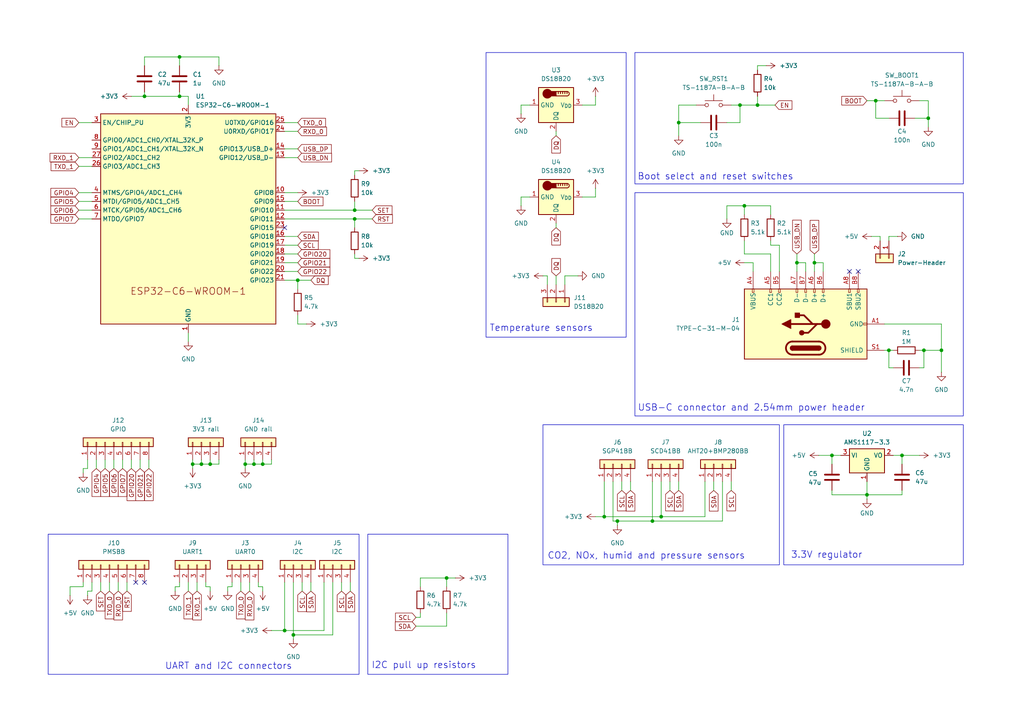
<source format=kicad_sch>
(kicad_sch (version 20250114) (generator "eeschema") (generator_version "9.0")
  (paper "A4")
  (lib_symbols
    (symbol "Connector:USB_C_Receptacle_USB2.0_16P" (pin_names (offset 1.016))
      (property "Reference" "J" (at 0 22.225 0))
      (property "Value" "USB_C_Receptacle_USB2.0_16P" (at 0 19.685 0))
      (symbol "USB_C_Receptacle_USB2.0_16P_1_1"
        (pin passive line (at -7.62 -22.86 90) (length 5.08) (name "SHIELD") (number "S1"))
        (pin passive line (at 0 -22.86 90) (length 5.08) (name "GND") (number "A1"))
        (pin passive line (at 0 -22.86 90) (length 5.08) (hide yes) (name "GND") (number "A12"))
        (pin passive line (at 0 -22.86 90) (length 5.08) (hide yes) (name "GND") (number "B1"))
        (pin passive line (at 0 -22.86 90) (length 5.08) (hide yes) (name "GND") (number "B12"))
        (pin passive line (at 15.24 15.24 180) (length 5.08) (name "VBUS") (number "A4"))
        (pin passive line (at 15.24 15.24 180) (length 5.08) (hide yes) (name "VBUS") (number "A9"))
        (pin passive line (at 15.24 15.24 180) (length 5.08) (hide yes) (name "VBUS") (number "B4"))
        (pin passive line (at 15.24 15.24 180) (length 5.08) (hide yes) (name "VBUS") (number "B9"))
        (pin bidirectional line (at 15.24 10.16 180) (length 5.08) (name "CC1") (number "A5"))
        (pin bidirectional line (at 15.24 7.62 180) (length 5.08) (name "CC2") (number "B5"))
        (pin bidirectional line (at 15.24 2.54 180) (length 5.08) (name "D-") (number "A7"))
        (pin bidirectional line (at 15.24 0 180) (length 5.08) (name "D-") (number "B7"))
        (pin bidirectional line (at 15.24 -2.54 180) (length 5.08) (name "D+") (number "A6"))
        (pin bidirectional line (at 15.24 -5.08 180) (length 5.08) (name "D+") (number "B6"))
        (pin bidirectional line (at 15.24 -12.7 180) (length 5.08) (name "SBU1") (number "A8"))
        (pin bidirectional line (at 15.24 -15.24 180) (length 5.08) (name "SBU2") (number "B8"))
      )
    )
    (symbol "Connector_Generic:Conn_01x02" (pin_names (offset 1.016) (hide yes))
      (property "Reference" "J" (at 0 2.54 0))
      (property "Value" "Conn_01x02" (at 0 -5.08 0))
      (symbol "Conn_01x02_1_1"
        (pin passive line (at -5.08 0 0) (length 3.81) (name "Pin_1") (number "1"))
        (pin passive line (at -5.08 -2.54 0) (length 3.81) (name "Pin_2") (number "2"))
      )
    )
    (symbol "Connector_Generic:Conn_01x03" (pin_names (offset 1.016) (hide yes))
      (property "Reference" "J" (at 0 5.08 0))
      (property "Value" "Conn_01x03" (at 0 -5.08 0))
      (symbol "Conn_01x03_1_1"
        (pin passive line (at -5.08 2.54 0) (length 3.81) (name "Pin_1") (number "1"))
        (pin passive line (at -5.08 0 0) (length 3.81) (name "Pin_2") (number "2"))
        (pin passive line (at -5.08 -2.54 0) (length 3.81) (name "Pin_3") (number "3"))
      )
    )
    (symbol "Connector_Generic:Conn_01x04" (pin_names (offset 1.016) (hide yes))
      (property "Reference" "J" (at 0 5.08 0))
      (property "Value" "Conn_01x04" (at 0 -7.62 0))
      (symbol "Conn_01x04_1_1"
        (pin passive line (at -5.08 2.54 0) (length 3.81) (name "Pin_1") (number "1"))
        (pin passive line (at -5.08 0 0) (length 3.81) (name "Pin_2") (number "2"))
        (pin passive line (at -5.08 -2.54 0) (length 3.81) (name "Pin_3") (number "3"))
        (pin passive line (at -5.08 -5.08 0) (length 3.81) (name "Pin_4") (number "4"))
      )
    )
    (symbol "Connector_Generic:Conn_01x08" (pin_names (offset 1.016) (hide yes))
      (property "Reference" "J" (at 0 10.16 0))
      (property "Value" "Conn_01x08" (at 0 -12.7 0))
      (symbol "Conn_01x08_1_1"
        (pin passive line (at -5.08 7.62 0) (length 3.81) (name "Pin_1") (number "1"))
        (pin passive line (at -5.08 5.08 0) (length 3.81) (name "Pin_2") (number "2"))
        (pin passive line (at -5.08 2.54 0) (length 3.81) (name "Pin_3") (number "3"))
        (pin passive line (at -5.08 0 0) (length 3.81) (name "Pin_4") (number "4"))
        (pin passive line (at -5.08 -2.54 0) (length 3.81) (name "Pin_5") (number "5"))
        (pin passive line (at -5.08 -5.08 0) (length 3.81) (name "Pin_6") (number "6"))
        (pin passive line (at -5.08 -7.62 0) (length 3.81) (name "Pin_7") (number "7"))
        (pin passive line (at -5.08 -10.16 0) (length 3.81) (name "Pin_8") (number "8"))
      )
    )
    (symbol "Device:C" (pin_numbers (hide yes)) (pin_names (offset 0.254))
      (property "Reference" "C" (at 0.635 2.54 0))
      (property "Value" "C" (at 0.635 -2.54 0))
      (symbol "C_1_1"
        (pin passive line (at 0 3.81 270) (length 2.794) (name "~") (number "1"))
        (pin passive line (at 0 -3.81 90) (length 2.794) (name "~") (number "2"))
      )
    )
    (symbol "Device:R" (pin_numbers (hide yes)) (pin_names (offset 0))
      (property "Reference" "R" (at 2.032 0 90))
      (property "Value" "R" (at 0 0 90))
      (symbol "R_1_1"
        (pin passive line (at 0 3.81 270) (length 1.27) (name "~") (number "1"))
        (pin passive line (at 0 -3.81 90) (length 1.27) (name "~") (number "2"))
      )
    )
    (symbol "PCM_Espressif:ESP32-C6-WROOM-1"
      (property "Reference" "U" (at -25.4 35.56 0))
      (property "Value" "ESP32-C6-WROOM-1" (at -25.4 33.02 0))
      (symbol "ESP32-C6-WROOM-1_0_0"
        (text "ESP32-C6-WROOM-1" (at 0 -20.955 0) (effects (font (size 2 2))))
      )
      (symbol "ESP32-C6-WROOM-1_1_1"
        (pin input line (at -27.94 27.94 0) (length 2.54) (name "EN/CHIP_PU") (number "3"))
        (pin bidirectional line (at -27.94 22.86 0) (length 2.54) (name "GPIO0/ADC1_CH0/XTAL_32K_P") (number "8"))
        (pin bidirectional line (at -27.94 20.32 0) (length 2.54) (name "GPIO1/ADC1_CH1/XTAL_32K_N") (number "9"))
        (pin bidirectional line (at -27.94 17.78 0) (length 2.54) (name "GPIO2/ADC1_CH2") (number "27"))
        (pin bidirectional line (at -27.94 15.24 0) (length 2.54) (name "GPIO3/ADC1_CH3") (number "26"))
        (pin bidirectional line (at -27.94 7.62 0) (length 2.54) (name "MTMS/GPIO4/ADC1_CH4") (number "4"))
        (pin bidirectional line (at -27.94 5.08 0) (length 2.54) (name "MTDI/GPIO5/ADC1_CH5") (number "5"))
        (pin bidirectional line (at -27.94 2.54 0) (length 2.54) (name "MTCK/GPIO6/ADC1_CH6") (number "6"))
        (pin bidirectional line (at -27.94 0 0) (length 2.54) (name "MTDO/GPIO7") (number "7"))
        (pin no_connect line (at -25.4 -12.7 0) (length 2.54) (hide yes) (name "NC") (number "22"))
        (pin power_in line (at 0 33.02 270) (length 2.54) (name "3V3") (number "2"))
        (pin power_in line (at 0 -33.02 90) (length 2.54) (name "GND") (number "1"))
        (pin passive line (at 0 -33.02 90) (length 2.54) (hide yes) (name "GND") (number "28"))
        (pin passive line (at 0 -33.02 90) (length 2.54) (hide yes) (name "GND") (number "29"))
        (pin bidirectional line (at 27.94 27.94 180) (length 2.54) (name "U0TXD/GPIO16") (number "25"))
        (pin bidirectional line (at 27.94 25.4 180) (length 2.54) (name "U0RXD/GPIO17") (number "24"))
        (pin bidirectional line (at 27.94 20.32 180) (length 2.54) (name "GPIO13/USB_D+") (number "14"))
        (pin bidirectional line (at 27.94 17.78 180) (length 2.54) (name "GPIO12/USB_D-") (number "13"))
        (pin bidirectional line (at 27.94 7.62 180) (length 2.54) (name "GPIO8") (number "10"))
        (pin bidirectional line (at 27.94 5.08 180) (length 2.54) (name "GPIO9") (number "15"))
        (pin bidirectional line (at 27.94 2.54 180) (length 2.54) (name "GPIO10") (number "11"))
        (pin bidirectional line (at 27.94 0 180) (length 2.54) (name "GPIO11") (number "12"))
        (pin bidirectional line (at 27.94 -2.54 180) (length 2.54) (name "GPIO15") (number "23"))
        (pin bidirectional line (at 27.94 -5.08 180) (length 2.54) (name "GPIO18") (number "16"))
        (pin bidirectional line (at 27.94 -7.62 180) (length 2.54) (name "GPIO19") (number "17"))
        (pin bidirectional line (at 27.94 -10.16 180) (length 2.54) (name "GPIO20") (number "18"))
        (pin bidirectional line (at 27.94 -12.7 180) (length 2.54) (name "GPIO21") (number "19"))
        (pin bidirectional line (at 27.94 -15.24 180) (length 2.54) (name "GPIO22") (number "20"))
        (pin bidirectional line (at 27.94 -17.78 180) (length 2.54) (name "GPIO23") (number "21"))
      )
    )
    (symbol "Regulator_Linear:AMS1117-3.3"
      (property "Reference" "U" (at -3.81 3.175 0))
      (property "Value" "AMS1117-3.3" (at 0 3.175 0))
      (symbol "AMS1117-3.3_1_1"
        (pin power_in line (at -7.62 0 0) (length 2.54) (name "VI") (number "3"))
        (pin power_in line (at 0 -7.62 90) (length 2.54) (name "GND") (number "1"))
        (pin power_out line (at 7.62 0 180) (length 2.54) (name "VO") (number "2"))
      )
    )
    (symbol "Sensor_Temperature:DS18B20"
      (property "Reference" "U" (at -3.81 6.35 0))
      (property "Value" "DS18B20" (at 6.35 6.35 0))
      (symbol "DS18B20_1_1"
        (pin power_in line (at 0 7.62 270) (length 2.54) (name "V_{DD}") (number "3"))
        (pin power_in line (at 0 -7.62 90) (length 2.54) (name "GND") (number "1"))
        (pin bidirectional line (at 7.62 0 180) (length 2.54) (name "DQ") (number "2"))
      )
    )
    (symbol "Switch:SW_Push" (pin_numbers (hide yes)) (pin_names (offset 1.016) (hide yes))
      (property "Reference" "SW" (at 1.27 2.54 0))
      (property "Value" "SW_Push" (at 0 -1.524 0))
      (symbol "SW_Push_0_1"
        (pin passive line (at -5.08 0 0) (length 2.54) (name "1") (number "1"))
        (pin passive line (at 5.08 0 180) (length 2.54) (name "2") (number "2"))
      )
    )
    (symbol "power:+3V3" (power) (pin_numbers (hide yes)) (pin_names (offset 0) (hide yes))
      (property "Value" "+3V3" (at 0 3.556 0))
      (symbol "+3V3_1_1"
        (pin power_in line (at 0 0 90) (length 0) (name "~") (number "1"))
      )
    )
    (symbol "power:+5V" (power) (pin_numbers (hide yes)) (pin_names (offset 0) (hide yes))
      (property "Value" "+5V" (at 0 3.556 0))
      (symbol "+5V_1_1"
        (pin power_in line (at 0 0 90) (length 0) (name "~") (number "1"))
      )
    )
    (symbol "power:GND" (power) (pin_numbers (hide yes)) (pin_names (offset 0) (hide yes))
      (property "Value" "GND" (at 0 -3.81 0))
      (symbol "GND_1_1"
        (pin power_in line (at 0 0 270) (length 0) (name "~") (number "1"))
      )
    )
  )
  (rectangle (start 140.97 15.24) (end 181.61 97.79))
  (rectangle (start 106.68 154.94) (end 147.32 195.58))
  (rectangle (start 184.15 55.88) (end 279.4 120.65))
  (rectangle (start 13.97 154.94) (end 104.14 195.58))
  (rectangle (start 227.33 123.19) (end 279.4 163.83))
  (rectangle (start 157.48 123.19) (end 226.06 163.83))
  (rectangle (start 184.15 15.24) (end 279.4 53.34))
  (text "USB-C connector and 2.54mm power header" (at 217.932 118.364 0) (effects (font (size 1.905 1.905))))
  (text "I2C pull up resistors\n" (at 122.936 193.04 0) (effects (font (size 1.905 1.905))))
  (text "3.3V regulator" (at 239.776 161.036 0) (effects (font (size 1.905 1.905))))
  (text "CO2, NOx, humid and pressure sensors" (at 187.452 161.29 0) (effects (font (size 1.905 1.905))))
  (text "UART and I2C connectors\n" (at 66.294 193.294 0) (effects (font (size 1.905 1.905))))
  (text "Boot select and reset switches" (at 207.518 51.308 0) (effects (font (size 1.905 1.905))))
  (text "Temperature sensors\n" (at 156.972 95.25 0) (effects (font (size 1.905 1.905))))
  (junction (at 102.87 63.5))
  (junction (at 261.62 132.08))
  (junction (at 55.88 134.62))
  (junction (at 86.36 81.28))
  (junction (at 71.12 134.62))
  (junction (at 82.55 182.88))
  (junction (at 41.91 27.94))
  (junction (at 129.54 167.64))
  (junction (at 214.63 30.48))
  (junction (at 191.77 149.86))
  (junction (at 215.9 59.69))
  (junction (at 73.66 134.62))
  (junction (at 52.07 16.51))
  (junction (at 60.96 134.62))
  (junction (at 273.05 101.6))
  (junction (at 102.87 60.96))
  (junction (at 196.85 35.56))
  (junction (at 175.26 149.86))
  (junction (at 269.24 34.29))
  (junction (at 76.2 134.62))
  (junction (at 219.71 30.48))
  (junction (at 52.07 27.94))
  (junction (at 179.07 151.13))
  (junction (at 231.14 76.2))
  (junction (at 58.42 134.62))
  (junction (at 85.09 184.15))
  (junction (at 254 29.21))
  (junction (at 267.97 101.6))
  (junction (at 189.23 151.13))
  (junction (at 257.81 101.6))
  (junction (at 241.3 132.08))
  (junction (at 251.46 143.51))
  (junction (at 236.22 76.2))
  (no_connect (at 39.37 168.91))
  (no_connect (at 41.91 168.91))
  (no_connect (at 248.92 78.74))
  (no_connect (at 82.55 66.04))
  (no_connect (at 246.38 78.74))
  (wire (pts (xy 223.52 78.74) (xy 223.52 73.66)))
  (wire (pts (xy 233.68 78.74) (xy 233.68 76.2)))
  (wire (pts (xy 82.55 81.28) (xy 86.36 81.28)))
  (wire (pts (xy 175.26 149.86) (xy 175.26 139.7)))
  (wire (pts (xy 254 29.21) (xy 254 34.29)))
  (wire (pts (xy 238.76 78.74) (xy 238.76 76.2)))
  (wire (pts (xy 251.46 143.51) (xy 251.46 144.78)))
  (wire (pts (xy 273.05 93.98) (xy 273.05 101.6)))
  (wire (pts (xy 20.32 170.18) (xy 24.13 170.18)))
  (wire (pts (xy 82.55 63.5) (xy 102.87 63.5)))
  (wire (pts (xy 38.1 27.94) (xy 41.91 27.94)))
  (wire (pts (xy 34.29 168.91) (xy 34.29 171.45)))
  (wire (pts (xy 177.8 151.13) (xy 177.8 139.7)))
  (wire (pts (xy 76.2 134.62) (xy 73.66 134.62)))
  (wire (pts (xy 257.81 101.6) (xy 257.81 106.68)))
  (wire (pts (xy 168.91 30.48) (xy 172.72 30.48)))
  (wire (pts (xy 99.06 168.91) (xy 99.06 171.45)))
  (wire (pts (xy 82.55 38.1) (xy 86.36 38.1)))
  (wire (pts (xy 255.27 69.85) (xy 255.27 68.58)))
  (wire (pts (xy 90.17 168.91) (xy 90.17 171.45)))
  (wire (pts (xy 29.21 168.91) (xy 29.21 171.45)))
  (wire (pts (xy 85.09 168.91) (xy 85.09 184.15)))
  (wire (pts (xy 82.55 71.12) (xy 86.36 71.12)))
  (wire (pts (xy 69.85 168.91) (xy 69.85 171.45)))
  (wire (pts (xy 251.46 29.21) (xy 254 29.21)))
  (wire (pts (xy 52.07 26.67) (xy 52.07 27.94)))
  (wire (pts (xy 179.07 151.13) (xy 189.23 151.13)))
  (wire (pts (xy 82.55 58.42) (xy 86.36 58.42)))
  (wire (pts (xy 85.09 184.15) (xy 85.09 185.42)))
  (wire (pts (xy 261.62 132.08) (xy 266.7 132.08)))
  (wire (pts (xy 241.3 132.08) (xy 243.84 132.08)))
  (wire (pts (xy 214.63 30.48) (xy 219.71 30.48)))
  (wire (pts (xy 204.47 139.7) (xy 204.47 149.86)))
  (wire (pts (xy 22.86 48.26) (xy 26.67 48.26)))
  (wire (pts (xy 60.96 170.18) (xy 60.96 171.45)))
  (wire (pts (xy 215.9 73.66) (xy 215.9 69.85)))
  (wire (pts (xy 78.74 134.62) (xy 76.2 134.62)))
  (wire (pts (xy 93.98 168.91) (xy 93.98 182.88)))
  (wire (pts (xy 63.5 16.51) (xy 63.5 19.05)))
  (wire (pts (xy 41.91 27.94) (xy 52.07 27.94)))
  (wire (pts (xy 151.13 33.02) (xy 151.13 30.48)))
  (wire (pts (xy 24.13 135.89) (xy 24.13 137.16)))
  (wire (pts (xy 236.22 76.2) (xy 238.76 76.2)))
  (wire (pts (xy 129.54 167.64) (xy 129.54 170.18)))
  (wire (pts (xy 251.46 143.51) (xy 261.62 143.51)))
  (wire (pts (xy 54.61 168.91) (xy 54.61 171.45)))
  (wire (pts (xy 196.85 139.7) (xy 196.85 142.24)))
  (wire (pts (xy 266.7 106.68) (xy 267.97 106.68)))
  (wire (pts (xy 223.52 59.69) (xy 223.52 62.23)))
  (wire (pts (xy 25.4 171.45) (xy 26.67 171.45)))
  (wire (pts (xy 82.55 76.2) (xy 86.36 76.2)))
  (wire (pts (xy 256.54 93.98) (xy 273.05 93.98)))
  (wire (pts (xy 102.87 63.5) (xy 102.87 66.04)))
  (wire (pts (xy 24.13 170.18) (xy 24.13 168.91)))
  (wire (pts (xy 78.74 182.88) (xy 82.55 182.88)))
  (wire (pts (xy 104.14 74.93) (xy 102.87 74.93)))
  (wire (pts (xy 55.88 133.35) (xy 55.88 134.62)))
  (wire (pts (xy 266.7 101.6) (xy 267.97 101.6)))
  (wire (pts (xy 57.15 168.91) (xy 57.15 171.45)))
  (wire (pts (xy 20.32 172.72) (xy 20.32 170.18)))
  (wire (pts (xy 252.73 68.58) (xy 255.27 68.58)))
  (wire (pts (xy 96.52 184.15) (xy 85.09 184.15)))
  (wire (pts (xy 120.65 181.61) (xy 129.54 181.61)))
  (wire (pts (xy 33.02 133.35) (xy 33.02 135.89)))
  (wire (pts (xy 102.87 63.5) (xy 107.95 63.5)))
  (wire (pts (xy 223.52 73.66) (xy 215.9 73.66)))
  (wire (pts (xy 132.08 167.64) (xy 129.54 167.64)))
  (wire (pts (xy 241.3 143.51) (xy 251.46 143.51)))
  (wire (pts (xy 35.56 133.35) (xy 35.56 135.89)))
  (wire (pts (xy 22.86 60.96) (xy 26.67 60.96)))
  (wire (pts (xy 231.14 76.2) (xy 231.14 78.74)))
  (wire (pts (xy 172.72 57.15) (xy 172.72 54.61)))
  (wire (pts (xy 161.29 38.1) (xy 161.29 39.37)))
  (wire (pts (xy 86.36 93.98) (xy 86.36 91.44)))
  (wire (pts (xy 86.36 81.28) (xy 86.36 83.82)))
  (wire (pts (xy 219.71 27.94) (xy 219.71 30.48)))
  (wire (pts (xy 59.69 170.18) (xy 59.69 168.91)))
  (wire (pts (xy 182.88 139.7) (xy 182.88 142.24)))
  (wire (pts (xy 261.62 134.62) (xy 261.62 132.08)))
  (wire (pts (xy 101.6 168.91) (xy 101.6 171.45)))
  (wire (pts (xy 161.29 64.77) (xy 161.29 66.04)))
  (wire (pts (xy 269.24 34.29) (xy 269.24 29.21)))
  (wire (pts (xy 161.29 80.01) (xy 161.29 82.55)))
  (wire (pts (xy 82.55 35.56) (xy 86.36 35.56)))
  (wire (pts (xy 172.72 30.48) (xy 172.72 27.94)))
  (wire (pts (xy 231.14 73.66) (xy 231.14 76.2)))
  (wire (pts (xy 22.86 35.56) (xy 26.67 35.56)))
  (wire (pts (xy 52.07 27.94) (xy 54.61 27.94)))
  (wire (pts (xy 251.46 139.7) (xy 251.46 143.51)))
  (wire (pts (xy 76.2 170.18) (xy 74.93 170.18)))
  (wire (pts (xy 82.55 60.96) (xy 102.87 60.96)))
  (wire (pts (xy 120.65 179.07) (xy 121.92 179.07)))
  (wire (pts (xy 265.43 34.29) (xy 269.24 34.29)))
  (wire (pts (xy 273.05 101.6) (xy 273.05 107.95)))
  (wire (pts (xy 30.48 133.35) (xy 30.48 135.89)))
  (wire (pts (xy 210.82 63.5) (xy 210.82 59.69)))
  (wire (pts (xy 82.55 78.74) (xy 86.36 78.74)))
  (wire (pts (xy 223.52 71.12) (xy 226.06 71.12)))
  (wire (pts (xy 172.72 149.86) (xy 175.26 149.86)))
  (wire (pts (xy 52.07 170.18) (xy 52.07 168.91)))
  (wire (pts (xy 50.8 170.18) (xy 50.8 171.45)))
  (wire (pts (xy 267.97 106.68) (xy 267.97 101.6)))
  (wire (pts (xy 158.75 82.55) (xy 158.75 80.01)))
  (wire (pts (xy 102.87 74.93) (xy 102.87 73.66)))
  (wire (pts (xy 237.49 132.08) (xy 241.3 132.08)))
  (wire (pts (xy 269.24 34.29) (xy 269.24 36.83)))
  (wire (pts (xy 218.44 78.74) (xy 218.44 76.2)))
  (wire (pts (xy 78.74 133.35) (xy 78.74 134.62)))
  (wire (pts (xy 102.87 58.42) (xy 102.87 60.96)))
  (wire (pts (xy 38.1 133.35) (xy 38.1 135.89)))
  (wire (pts (xy 219.71 19.05) (xy 222.25 19.05)))
  (wire (pts (xy 74.93 170.18) (xy 74.93 168.91)))
  (wire (pts (xy 58.42 133.35) (xy 58.42 134.62)))
  (wire (pts (xy 50.8 170.18) (xy 52.07 170.18)))
  (wire (pts (xy 223.52 69.85) (xy 223.52 71.12)))
  (wire (pts (xy 163.83 82.55) (xy 163.83 80.01)))
  (wire (pts (xy 27.94 133.35) (xy 27.94 135.89)))
  (wire (pts (xy 22.86 63.5) (xy 26.67 63.5)))
  (wire (pts (xy 82.55 68.58) (xy 86.36 68.58)))
  (wire (pts (xy 121.92 170.18) (xy 121.92 167.64)))
  (wire (pts (xy 55.88 134.62) (xy 55.88 135.89)))
  (wire (pts (xy 82.55 55.88) (xy 86.36 55.88)))
  (wire (pts (xy 121.92 179.07) (xy 121.92 177.8)))
  (wire (pts (xy 82.55 43.18) (xy 86.36 43.18)))
  (wire (pts (xy 226.06 71.12) (xy 226.06 78.74)))
  (wire (pts (xy 261.62 142.24) (xy 261.62 143.51)))
  (wire (pts (xy 88.9 93.98) (xy 86.36 93.98)))
  (wire (pts (xy 41.91 19.05) (xy 41.91 16.51)))
  (wire (pts (xy 257.81 101.6) (xy 259.08 101.6)))
  (wire (pts (xy 196.85 30.48) (xy 196.85 35.56)))
  (wire (pts (xy 168.91 57.15) (xy 172.72 57.15)))
  (wire (pts (xy 60.96 134.62) (xy 58.42 134.62)))
  (wire (pts (xy 102.87 60.96) (xy 107.95 60.96)))
  (wire (pts (xy 209.55 151.13) (xy 189.23 151.13)))
  (wire (pts (xy 104.14 49.53) (xy 102.87 49.53)))
  (wire (pts (xy 60.96 133.35) (xy 60.96 134.62)))
  (wire (pts (xy 194.31 139.7) (xy 194.31 142.24)))
  (wire (pts (xy 66.04 170.18) (xy 67.31 170.18)))
  (wire (pts (xy 215.9 59.69) (xy 215.9 62.23)))
  (wire (pts (xy 66.04 170.18) (xy 66.04 171.45)))
  (wire (pts (xy 257.81 69.85) (xy 257.81 68.58)))
  (wire (pts (xy 73.66 134.62) (xy 71.12 134.62)))
  (wire (pts (xy 129.54 181.61) (xy 129.54 177.8)))
  (wire (pts (xy 219.71 20.32) (xy 219.71 19.05)))
  (wire (pts (xy 54.61 30.48) (xy 54.61 27.94)))
  (wire (pts (xy 71.12 134.62) (xy 71.12 135.89)))
  (wire (pts (xy 25.4 135.89) (xy 25.4 133.35)))
  (wire (pts (xy 52.07 16.51) (xy 52.07 19.05)))
  (wire (pts (xy 151.13 57.15) (xy 153.67 57.15)))
  (wire (pts (xy 82.55 73.66) (xy 86.36 73.66)))
  (wire (pts (xy 73.66 133.35) (xy 73.66 134.62)))
  (wire (pts (xy 121.92 167.64) (xy 129.54 167.64)))
  (wire (pts (xy 22.86 58.42) (xy 26.67 58.42)))
  (wire (pts (xy 201.93 30.48) (xy 196.85 30.48)))
  (wire (pts (xy 82.55 45.72) (xy 86.36 45.72)))
  (wire (pts (xy 257.81 106.68) (xy 259.08 106.68)))
  (wire (pts (xy 41.91 16.51) (xy 52.07 16.51)))
  (wire (pts (xy 96.52 168.91) (xy 96.52 184.15)))
  (wire (pts (xy 54.61 96.52) (xy 54.61 99.06)))
  (wire (pts (xy 214.63 35.56) (xy 214.63 30.48)))
  (wire (pts (xy 72.39 168.91) (xy 72.39 171.45)))
  (wire (pts (xy 210.82 59.69) (xy 215.9 59.69)))
  (wire (pts (xy 87.63 168.91) (xy 87.63 171.45)))
  (wire (pts (xy 212.09 30.48) (xy 214.63 30.48)))
  (wire (pts (xy 267.97 101.6) (xy 273.05 101.6)))
  (wire (pts (xy 215.9 59.69) (xy 223.52 59.69)))
  (wire (pts (xy 236.22 73.66) (xy 236.22 76.2)))
  (wire (pts (xy 82.55 182.88) (xy 82.55 168.91)))
  (wire (pts (xy 102.87 49.53) (xy 102.87 50.8)))
  (wire (pts (xy 189.23 139.7) (xy 189.23 151.13)))
  (wire (pts (xy 22.86 45.72) (xy 26.67 45.72)))
  (wire (pts (xy 236.22 76.2) (xy 236.22 78.74)))
  (wire (pts (xy 241.3 134.62) (xy 241.3 132.08)))
  (wire (pts (xy 196.85 35.56) (xy 196.85 39.37)))
  (wire (pts (xy 31.75 168.91) (xy 31.75 171.45)))
  (wire (pts (xy 207.01 139.7) (xy 207.01 142.24)))
  (wire (pts (xy 76.2 170.18) (xy 76.2 171.45)))
  (wire (pts (xy 210.82 35.56) (xy 214.63 35.56)))
  (wire (pts (xy 86.36 81.28) (xy 90.17 81.28)))
  (wire (pts (xy 261.62 132.08) (xy 259.08 132.08)))
  (wire (pts (xy 175.26 149.86) (xy 191.77 149.86)))
  (wire (pts (xy 209.55 139.7) (xy 209.55 151.13)))
  (wire (pts (xy 60.96 134.62) (xy 63.5 134.62)))
  (wire (pts (xy 158.75 80.01) (xy 157.48 80.01)))
  (wire (pts (xy 266.7 29.21) (xy 269.24 29.21)))
  (wire (pts (xy 76.2 133.35) (xy 76.2 134.62)))
  (wire (pts (xy 254 29.21) (xy 256.54 29.21)))
  (wire (pts (xy 203.2 35.56) (xy 196.85 35.56)))
  (wire (pts (xy 36.83 168.91) (xy 36.83 171.45)))
  (wire (pts (xy 52.07 16.51) (xy 63.5 16.51)))
  (wire (pts (xy 191.77 149.86) (xy 204.47 149.86)))
  (wire (pts (xy 71.12 133.35) (xy 71.12 134.62)))
  (wire (pts (xy 257.81 68.58) (xy 260.35 68.58)))
  (wire (pts (xy 43.18 133.35) (xy 43.18 135.89)))
  (wire (pts (xy 212.09 139.7) (xy 212.09 142.24)))
  (wire (pts (xy 41.91 27.94) (xy 41.91 26.67)))
  (wire (pts (xy 179.07 151.13) (xy 177.8 151.13)))
  (wire (pts (xy 26.67 171.45) (xy 26.67 168.91)))
  (wire (pts (xy 191.77 149.86) (xy 191.77 139.7)))
  (wire (pts (xy 151.13 59.69) (xy 151.13 57.15)))
  (wire (pts (xy 218.44 76.2) (xy 215.9 76.2)))
  (wire (pts (xy 179.07 151.13) (xy 179.07 152.4)))
  (wire (pts (xy 219.71 30.48) (xy 224.79 30.48)))
  (wire (pts (xy 163.83 80.01) (xy 167.64 80.01)))
  (wire (pts (xy 231.14 76.2) (xy 233.68 76.2)))
  (wire (pts (xy 60.96 170.18) (xy 59.69 170.18)))
  (wire (pts (xy 93.98 182.88) (xy 82.55 182.88)))
  (wire (pts (xy 40.64 133.35) (xy 40.64 135.89)))
  (wire (pts (xy 63.5 133.35) (xy 63.5 134.62)))
  (wire (pts (xy 180.34 139.7) (xy 180.34 142.24)))
  (wire (pts (xy 58.42 134.62) (xy 55.88 134.62)))
  (wire (pts (xy 24.13 135.89) (xy 25.4 135.89)))
  (wire (pts (xy 257.81 34.29) (xy 254 34.29)))
  (wire (pts (xy 151.13 30.48) (xy 153.67 30.48)))
  (wire (pts (xy 22.86 55.88) (xy 26.67 55.88)))
  (wire (pts (xy 256.54 101.6) (xy 257.81 101.6)))
  (wire (pts (xy 25.4 171.45) (xy 25.4 172.72)))
  (wire (pts (xy 241.3 142.24) (xy 241.3 143.51)))
  (wire (pts (xy 67.31 170.18) (xy 67.31 168.91)))
  (global_label "GPIO5" (shape input) (at 30.48 135.89 270) (property "Intersheetrefs" "${INTERSHEET_REFS}" (effects (hide yes))))
  (global_label "SCL" (shape input) (at 180.34 142.24 270) (property "Intersheetrefs" "${INTERSHEET_REFS}" (effects (hide yes))))
  (global_label "GPIO20" (shape input) (at 86.36 73.66 0) (property "Intersheetrefs" "${INTERSHEET_REFS}" (effects (hide yes))))
  (global_label "RXD_1" (shape input) (at 57.15 171.45 270) (property "Intersheetrefs" "${INTERSHEET_REFS}" (effects (hide yes))))
  (global_label "GPIO20" (shape input) (at 38.1 135.89 270) (property "Intersheetrefs" "${INTERSHEET_REFS}" (effects (hide yes))))
  (global_label "GPIO21" (shape input) (at 86.36 76.2 0) (property "Intersheetrefs" "${INTERSHEET_REFS}" (effects (hide yes))))
  (global_label "DQ" (shape input) (at 90.17 81.28 0) (property "Intersheetrefs" "${INTERSHEET_REFS}" (effects (hide yes))))
  (global_label "RXD_0" (shape input) (at 34.29 171.45 270) (property "Intersheetrefs" "${INTERSHEET_REFS}" (effects (hide yes))))
  (global_label "TXD_0" (shape input) (at 86.36 35.56 0) (property "Intersheetrefs" "${INTERSHEET_REFS}" (effects (hide yes))))
  (global_label "GPIO6" (shape input) (at 33.02 135.89 270) (property "Intersheetrefs" "${INTERSHEET_REFS}" (effects (hide yes))))
  (global_label "GPIO7" (shape input) (at 22.86 63.5 180) (property "Intersheetrefs" "${INTERSHEET_REFS}" (effects (hide yes))))
  (global_label "SDA" (shape input) (at 182.88 142.24 270) (property "Intersheetrefs" "${INTERSHEET_REFS}" (effects (hide yes))))
  (global_label "USB_DN" (shape input) (at 231.14 73.66 90) (property "Intersheetrefs" "${INTERSHEET_REFS}" (effects (hide yes))))
  (global_label "TXD_0" (shape input) (at 31.75 171.45 270) (property "Intersheetrefs" "${INTERSHEET_REFS}" (effects (hide yes))))
  (global_label "RXD_1" (shape input) (at 22.86 45.72 180) (property "Intersheetrefs" "${INTERSHEET_REFS}" (effects (hide yes))))
  (global_label "SDA" (shape input) (at 101.6 171.45 270) (property "Intersheetrefs" "${INTERSHEET_REFS}" (effects (hide yes))))
  (global_label "RXD_0" (shape input) (at 72.39 171.45 270) (property "Intersheetrefs" "${INTERSHEET_REFS}" (effects (hide yes))))
  (global_label "RXD_0" (shape input) (at 86.36 38.1 0) (property "Intersheetrefs" "${INTERSHEET_REFS}" (effects (hide yes))))
  (global_label "GPIO4" (shape input) (at 27.94 135.89 270) (property "Intersheetrefs" "${INTERSHEET_REFS}" (effects (hide yes))))
  (global_label "SDA" (shape input) (at 120.65 181.61 180) (property "Intersheetrefs" "${INTERSHEET_REFS}" (effects (hide yes))))
  (global_label "USB_DP" (shape input) (at 236.22 73.66 90) (property "Intersheetrefs" "${INTERSHEET_REFS}" (effects (hide yes))))
  (global_label "BOOT" (shape input) (at 86.36 58.42 0) (property "Intersheetrefs" "${INTERSHEET_REFS}" (effects (hide yes))))
  (global_label "SCL" (shape input) (at 87.63 171.45 270) (property "Intersheetrefs" "${INTERSHEET_REFS}" (effects (hide yes))))
  (global_label "TXD_0" (shape input) (at 69.85 171.45 270) (property "Intersheetrefs" "${INTERSHEET_REFS}" (effects (hide yes))))
  (global_label "GPIO22" (shape input) (at 43.18 135.89 270) (property "Intersheetrefs" "${INTERSHEET_REFS}" (effects (hide yes))))
  (global_label "SCL" (shape input) (at 99.06 171.45 270) (property "Intersheetrefs" "${INTERSHEET_REFS}" (effects (hide yes))))
  (global_label "SCL" (shape input) (at 120.65 179.07 180) (property "Intersheetrefs" "${INTERSHEET_REFS}" (effects (hide yes))))
  (global_label "BOOT" (shape input) (at 251.46 29.21 180) (property "Intersheetrefs" "${INTERSHEET_REFS}" (effects (hide yes))))
  (global_label "DQ" (shape input) (at 161.29 80.01 90) (property "Intersheetrefs" "${INTERSHEET_REFS}" (effects (hide yes))))
  (global_label "SCL" (shape input) (at 194.31 142.24 270) (property "Intersheetrefs" "${INTERSHEET_REFS}" (effects (hide yes))))
  (global_label "GPIO7" (shape input) (at 35.56 135.89 270) (property "Intersheetrefs" "${INTERSHEET_REFS}" (effects (hide yes))))
  (global_label "SDA" (shape input) (at 86.36 68.58 0) (property "Intersheetrefs" "${INTERSHEET_REFS}" (effects (hide yes))))
  (global_label "USB_DN" (shape input) (at 86.36 45.72 0) (property "Intersheetrefs" "${INTERSHEET_REFS}" (effects (hide yes))))
  (global_label "USB_DP" (shape input) (at 86.36 43.18 0) (property "Intersheetrefs" "${INTERSHEET_REFS}" (effects (hide yes))))
  (global_label "TXD_1" (shape input) (at 54.61 171.45 270) (property "Intersheetrefs" "${INTERSHEET_REFS}" (effects (hide yes))))
  (global_label "SDA" (shape input) (at 207.01 142.24 270) (property "Intersheetrefs" "${INTERSHEET_REFS}" (effects (hide yes))))
  (global_label "RST" (shape input) (at 107.95 63.5 0) (property "Intersheetrefs" "${INTERSHEET_REFS}" (effects (hide yes))))
  (global_label "EN" (shape input) (at 22.86 35.56 180) (property "Intersheetrefs" "${INTERSHEET_REFS}" (effects (hide yes))))
  (global_label "SCL" (shape input) (at 212.09 142.24 270) (property "Intersheetrefs" "${INTERSHEET_REFS}" (effects (hide yes))))
  (global_label "SDA" (shape input) (at 90.17 171.45 270) (property "Intersheetrefs" "${INTERSHEET_REFS}" (effects (hide yes))))
  (global_label "TXD_1" (shape input) (at 22.86 48.26 180) (property "Intersheetrefs" "${INTERSHEET_REFS}" (effects (hide yes))))
  (global_label "SDA" (shape input) (at 196.85 142.24 270) (property "Intersheetrefs" "${INTERSHEET_REFS}" (effects (hide yes))))
  (global_label "DQ" (shape input) (at 161.29 39.37 270) (property "Intersheetrefs" "${INTERSHEET_REFS}" (effects (hide yes))))
  (global_label "DQ" (shape input) (at 161.29 66.04 270) (property "Intersheetrefs" "${INTERSHEET_REFS}" (effects (hide yes))))
  (global_label "GPIO22" (shape input) (at 86.36 78.74 0) (property "Intersheetrefs" "${INTERSHEET_REFS}" (effects (hide yes))))
  (global_label "GPIO5" (shape input) (at 22.86 58.42 180) (property "Intersheetrefs" "${INTERSHEET_REFS}" (effects (hide yes))))
  (global_label "SET" (shape input) (at 29.21 171.45 270) (property "Intersheetrefs" "${INTERSHEET_REFS}" (effects (hide yes))))
  (global_label "GPIO6" (shape input) (at 22.86 60.96 180) (property "Intersheetrefs" "${INTERSHEET_REFS}" (effects (hide yes))))
  (global_label "GPIO4" (shape input) (at 22.86 55.88 180) (property "Intersheetrefs" "${INTERSHEET_REFS}" (effects (hide yes))))
  (global_label "EN" (shape input) (at 224.79 30.48 0) (property "Intersheetrefs" "${INTERSHEET_REFS}" (effects (hide yes))))
  (global_label "SET" (shape input) (at 107.95 60.96 0) (property "Intersheetrefs" "${INTERSHEET_REFS}" (effects (hide yes))))
  (global_label "SCL" (shape input) (at 86.36 71.12 0) (property "Intersheetrefs" "${INTERSHEET_REFS}" (effects (hide yes))))
  (global_label "RST" (shape input) (at 36.83 171.45 270) (property "Intersheetrefs" "${INTERSHEET_REFS}" (effects (hide yes))))
  (global_label "GPIO21" (shape input) (at 40.64 135.89 270) (property "Intersheetrefs" "${INTERSHEET_REFS}" (effects (hide yes))))
  (symbol (lib_id "power:GND") (at 210.82 63.5 0) (unit 1)
    (property "Reference" "#PWR04" (effects (hide yes)))
    (property "Value" "GND" (at 210.82 67.564 0))
    (property "Description" "Power symbol creates a global label with name \"GND\" , ground" (effects (hide yes)))
  )
  (symbol (lib_id "power:+5V") (at 76.2 171.45 180) (unit 1)
    (property "Reference" "#PWR026" (effects (hide yes)))
    (property "Value" "+5V" (at 76.2 176.53 0))
    (property "Description" "Power symbol creates a global label with name \"+5V\"" (effects (hide yes)))
  )
  (symbol (lib_id "Device:C") (at 41.91 22.86 0) (unit 1)
    (property "Reference" "C2" (at 45.72 21.5899 0) (effects (justify left)))
    (property "Value" "47u" (at 45.72 24.1299 0) (effects (justify left)))
    (property "Footprint" "Capacitor_SMD:C_0805_2012Metric" (effects (hide yes)))
    (property "Description" "Unpolarized capacitor" (effects (hide yes)))
    (property "MFR" "CL21A476MQYNNNE" (effects (hide yes)))
  )
  (symbol (lib_id "power:+3V3") (at 172.72 54.61 0) (unit 1)
    (property "Reference" "#PWR019" (effects (hide yes)))
    (property "Value" "+3V3" (at 172.72 49.53 0))
    (property "Description" "Power symbol creates a global label with name \"+3V3\"" (effects (hide yes)))
  )
  (symbol (lib_id "power:+3V3") (at 88.9 93.98 270) (unit 1)
    (property "Reference" "#PWR024" (effects (hide yes)))
    (property "Value" "+3V3" (at 92.71 93.9799 90) (effects (justify left)))
    (property "Description" "Power symbol creates a global label with name \"+3V3\"" (effects (hide yes)))
  )
  (symbol (lib_id "power:GND") (at 63.5 19.05 0) (unit 1)
    (property "Reference" "#PWR06" (effects (hide yes)))
    (property "Value" "GND" (at 63.5 24.13 0))
    (property "Description" "Power symbol creates a global label with name \"GND\" , ground" (effects (hide yes)))
  )
  (symbol (lib_id "Device:R") (at 102.87 54.61 180) (unit 1)
    (property "Reference" "R9" (at 104.648 53.34 0) (effects (justify right)))
    (property "Value" "10k" (at 104.648 55.88 0) (effects (justify right)))
    (property "Footprint" "Resistor_SMD:R_0603_1608Metric" (effects (hide yes)))
    (property "Description" "Resistor" (effects (hide yes)))
    (property "MFR" "0603WAF1002T5E" (effects (hide yes)))
  )
  (symbol (lib_id "power:+3V3") (at 266.7 132.08 270) (unit 1)
    (property "Reference" "#PWR010" (effects (hide yes)))
    (property "Value" "+3V3" (at 270.51 132.0799 90) (effects (justify left)))
    (property "Description" "Power symbol creates a global label with name \"+3V3\"" (effects (hide yes)))
  )
  (symbol (lib_id "power:GND") (at 151.13 59.69 0) (unit 1)
    (property "Reference" "#PWR018" (effects (hide yes)))
    (property "Value" "GND" (at 151.13 64.77 0))
    (property "Description" "Power symbol creates a global label with name \"GND\" , ground" (effects (hide yes)))
  )
  (symbol (lib_id "power:GND") (at 273.05 107.95 0) (unit 1)
    (property "Reference" "#PWR05" (effects (hide yes)))
    (property "Value" "GND" (at 273.05 113.03 0))
    (property "Description" "Power symbol creates a global label with name \"GND\" , ground" (effects (hide yes)))
  )
  (symbol (lib_id "power:+3V3") (at 104.14 49.53 270) (unit 1)
    (property "Reference" "#PWR037" (effects (hide yes)))
    (property "Value" "+3V3" (at 107.95 49.5299 90) (effects (justify left)))
    (property "Description" "Power symbol creates a global label with name \"+3V3\"" (effects (hide yes)))
  )
  (symbol (lib_id "power:GND") (at 196.85 39.37 0) (unit 1)
    (property "Reference" "#PWR07" (effects (hide yes)))
    (property "Value" "GND" (at 196.85 44.45 0))
    (property "Description" "Power symbol creates a global label with name \"GND\" , ground" (effects (hide yes)))
  )
  (symbol (lib_id "Switch:SW_Push") (at 261.62 29.21 0) (unit 1)
    (property "Reference" "SW_BOOT1" (at 261.62 21.844 0))
    (property "Value" "TS-1187A-B-A-B" (at 261.62 24.384 0))
    (property "Footprint" "Button_Switch_SMD:SW_Push_1P1T_XKB_TS-1187A" (effects (hide yes)))
    (property "Description" "Push button switch, generic, two pins" (effects (hide yes)))
    (property "MFR" "TS-1187A-B-A-B" (effects (hide yes)))
  )
  (symbol (lib_id "power:GND") (at 167.64 80.01 90) (unit 1)
    (property "Reference" "#PWR023" (effects (hide yes)))
    (property "Value" "GND" (at 171.45 80.0099 90) (effects (justify right)))
    (property "Description" "Power symbol creates a global label with name \"GND\" , ground" (effects (hide yes)))
  )
  (symbol (lib_id "Connector_Generic:Conn_01x04") (at 54.61 163.83 90) (unit 1)
    (property "Reference" "J9" (at 55.88 157.48 90))
    (property "Value" "UART1" (at 55.88 160.02 90))
    (property "Footprint" "Connector_PinHeader_2.54mm:PinHeader_1x04_P2.54mm_Vertical" (effects (hide yes)))
    (property "Description" "Generic connector, single row, 01x04, script generated (kicad-library-utils/schlib/autogen/connector/)" (effects (hide yes)))
  )
  (symbol (lib_id "Device:R") (at 215.9 66.04 180) (unit 1)
    (property "Reference" "R3" (at 217.678 64.77 0) (effects (justify right)))
    (property "Value" "5.1k" (at 217.678 67.31 0) (effects (justify right)))
    (property "Footprint" "Resistor_SMD:R_0603_1608Metric" (effects (hide yes)))
    (property "Description" "Resistor" (effects (hide yes)))
    (property "MFR" "0603WAF5101T5E" (effects (hide yes)))
  )
  (symbol (lib_id "Device:C") (at 262.89 106.68 90) (unit 1)
    (property "Reference" "C7" (at 262.89 110.49 90))
    (property "Value" "4.7n" (at 262.89 113.03 90))
    (property "Footprint" "Capacitor_SMD:C_0603_1608Metric" (effects (hide yes)))
    (property "Description" "Unpolarized capacitor" (effects (hide yes)))
    (property "MFR" "0603B472K500NT" (effects (hide yes)))
  )
  (symbol (lib_id "Sensor_Temperature:DS18B20") (at 161.29 30.48 270) (unit 1)
    (property "Reference" "U3" (at 161.29 20.32 90))
    (property "Value" "DS18B20" (at 161.29 22.86 90))
    (property "Footprint" "Package_TO_SOT_THT:TO-92_Inline" (effects (hide yes)))
    (property "Datasheet" "http://datasheets.maximintegrated.com/en/ds/DS18B20.pdf" (effects (hide yes)))
    (property "Description" "Programmable Resolution 1-Wire Digital Thermometer TO-92" (effects (hide yes)))
  )
  (symbol (lib_id "Device:R") (at 86.36 87.63 180) (unit 1)
    (property "Reference" "R5" (at 88.138 86.36 0) (effects (justify right)))
    (property "Value" "4.7k" (at 88.138 88.9 0) (effects (justify right)))
    (property "Footprint" "Resistor_SMD:R_0603_1608Metric" (effects (hide yes)))
    (property "Description" "Resistor" (effects (hide yes)))
    (property "MFR" "0603WAF4701T5E" (effects (hide yes)))
  )
  (symbol (lib_id "power:GND") (at 25.4 172.72 0) (unit 1)
    (property "Reference" "#PWR035" (effects (hide yes)))
    (property "Value" "GND" (at 25.4 177.8 0))
    (property "Description" "Power symbol creates a global label with name \"GND\" , ground" (effects (hide yes)))
  )
  (symbol (lib_id "power:+5V") (at 60.96 171.45 180) (unit 1)
    (property "Reference" "#PWR033" (effects (hide yes)))
    (property "Value" "+5V" (at 60.96 176.53 0))
    (property "Description" "Power symbol creates a global label with name \"+5V\"" (effects (hide yes)))
  )
  (symbol (lib_id "PCM_Espressif:ESP32-C6-WROOM-1") (at 54.61 63.5 0) (unit 1)
    (property "Reference" "U1" (at 56.7533 27.94 0) (effects (justify left)))
    (property "Value" "ESP32-C6-WROOM-1" (at 56.7533 30.48 0) (effects (justify left)))
    (property "Footprint" "PCM_Espressif:ESP32-C6-WROOM-1" (effects (hide yes)))
    (property "Datasheet" "https://www.espressif.com/sites/default/files/documentation/esp32-c6-wroom-1_wroom-1u_datasheet_en.pdf" (effects (hide yes)))
    (property "Description" "ESP32-C6-WROOM-1/U is a module that supports 2.4 GHz Wi-Fi 6 (802.11 ax), Bluetooth® 5 (LE), Zigbee and Thread (802.15.4)" (effects (hide yes)))
  )
  (symbol (lib_id "Connector_Generic:Conn_01x04") (at 207.01 134.62 90) (unit 1)
    (property "Reference" "J8" (at 208.28 128.27 90))
    (property "Value" "AHT20+BMP280BB" (at 208.28 130.81 90))
    (property "Footprint" "Connector_PinHeader_2.54mm:PinHeader_1x04_P2.54mm_Vertical" (effects (hide yes)))
    (property "Description" "Generic connector, single row, 01x04, script generated (kicad-library-utils/schlib/autogen/connector/)" (effects (hide yes)))
  )
  (symbol (lib_id "Connector_Generic:Conn_01x08") (at 31.75 163.83 90) (unit 1)
    (property "Reference" "J10" (at 33.02 157.48 90))
    (property "Value" "PMSBB" (at 33.02 160.02 90))
    (property "Footprint" "Connector_JST:JST_GH_BM08B-GHS-TBT_1x08-1MP_P1.25mm_Vertical" (effects (hide yes)))
    (property "Description" "Generic connector, single row, 01x08, script generated (kicad-library-utils/schlib/autogen/connector/)" (effects (hide yes)))
  )
  (symbol (lib_id "Connector_Generic:Conn_01x04") (at 191.77 134.62 90) (unit 1)
    (property "Reference" "J7" (at 193.04 128.27 90))
    (property "Value" "SCD41BB" (at 193.04 130.81 90))
    (property "Footprint" "Connector_PinHeader_2.54mm:PinHeader_1x04_P2.54mm_Vertical" (effects (hide yes)))
    (property "Description" "Generic connector, single row, 01x04, script generated (kicad-library-utils/schlib/autogen/connector/)" (effects (hide yes)))
  )
  (symbol (lib_id "power:+5V") (at 252.73 68.58 90) (unit 1)
    (property "Reference" "#PWR016" (effects (hide yes)))
    (property "Value" "+5V" (at 248.92 68.5799 90) (effects (justify left)))
    (property "Description" "Power symbol creates a global label with name \"+5V\"" (effects (hide yes)))
  )
  (symbol (lib_id "power:GND") (at 66.04 171.45 0) (unit 1)
    (property "Reference" "#PWR025" (effects (hide yes)))
    (property "Value" "GND" (at 66.04 176.53 0))
    (property "Description" "Power symbol creates a global label with name \"GND\" , ground" (effects (hide yes)))
  )
  (symbol (lib_id "power:+3V3") (at 222.25 19.05 270) (unit 1)
    (property "Reference" "#PWR013" (effects (hide yes)))
    (property "Value" "+3V3" (at 226.06 19.0499 90) (effects (justify left)))
    (property "Description" "Power symbol creates a global label with name \"+3V3\"" (effects (hide yes)))
  )
  (symbol (lib_id "Connector_Generic:Conn_01x04") (at 96.52 163.83 90) (unit 1)
    (property "Reference" "J5" (at 97.79 157.48 90))
    (property "Value" "I2C" (at 97.79 160.02 90))
    (property "Footprint" "Connector_PinHeader_2.54mm:PinHeader_1x04_P2.54mm_Vertical" (effects (hide yes)))
    (property "Description" "Generic connector, single row, 01x04, script generated (kicad-library-utils/schlib/autogen/connector/)" (effects (hide yes)))
  )
  (symbol (lib_id "power:GND") (at 260.35 68.58 90) (unit 1)
    (property "Reference" "#PWR017" (effects (hide yes)))
    (property "Value" "GND" (at 264.16 68.5799 90) (effects (justify right)))
    (property "Description" "Power symbol creates a global label with name \"GND\" , ground" (effects (hide yes)))
  )
  (symbol (lib_id "Connector_Generic:Conn_01x04") (at 58.42 128.27 90) (unit 1)
    (property "Reference" "J13" (at 59.69 121.92 90))
    (property "Value" "3V3 rail" (at 59.69 124.46 90))
    (property "Footprint" "Connector_PinHeader_2.54mm:PinHeader_1x04_P2.54mm_Vertical" (effects (hide yes)))
    (property "Description" "Generic connector, single row, 01x04, script generated (kicad-library-utils/schlib/autogen/connector/)" (effects (hide yes)))
  )
  (symbol (lib_id "power:+3V3") (at 38.1 27.94 90) (unit 1)
    (property "Reference" "#PWR02" (effects (hide yes)))
    (property "Value" "+3V3" (at 34.29 27.9399 90) (effects (justify left)))
    (property "Description" "Power symbol creates a global label with name \"+3V3\"" (effects (hide yes)))
  )
  (symbol (lib_id "Device:R") (at 262.89 101.6 270) (unit 1)
    (property "Reference" "R1" (at 262.89 96.52 90))
    (property "Value" "1M" (at 262.89 99.06 90))
    (property "Footprint" "Resistor_SMD:R_0603_1608Metric" (effects (hide yes)))
    (property "Description" "Resistor" (effects (hide yes)))
    (property "MFR" "0603WAF1004T5E" (effects (hide yes)))
  )
  (symbol (lib_id "Device:R") (at 219.71 24.13 180) (unit 1)
    (property "Reference" "R4" (at 221.488 22.86 0) (effects (justify right)))
    (property "Value" "10k" (at 221.488 25.4 0) (effects (justify right)))
    (property "Footprint" "Resistor_SMD:R_0603_1608Metric" (effects (hide yes)))
    (property "Description" "Resistor" (effects (hide yes)))
    (property "MFR" "0603WAF1002T5E" (effects (hide yes)))
  )
  (symbol (lib_id "power:+3V3") (at 157.48 80.01 90) (unit 1)
    (property "Reference" "#PWR022" (effects (hide yes)))
    (property "Value" "+3V3" (at 153.67 80.0099 90) (effects (justify left)))
    (property "Description" "Power symbol creates a global label with name \"+3V3\"" (effects (hide yes)))
  )
  (symbol (lib_id "Regulator_Linear:AMS1117-3.3") (at 251.46 132.08 0) (unit 1)
    (property "Reference" "U2" (at 251.46 125.73 0))
    (property "Value" "AMS1117-3.3" (at 251.46 128.27 0))
    (property "Footprint" "Package_TO_SOT_SMD:SOT-223-3_TabPin2" (effects (hide yes)))
    (property "Datasheet" "http://www.advanced-monolithic.com/pdf/ds1117.pdf" (effects (hide yes)))
    (property "Description" "1A Low Dropout regulator, positive, 3.3V fixed output, SOT-223" (effects (hide yes)))
  )
  (symbol (lib_id "Device:R") (at 223.52 66.04 180) (unit 1)
    (property "Reference" "R2" (at 225.298 64.77 0) (effects (justify right)))
    (property "Value" "5.1k" (at 225.298 67.31 0) (effects (justify right)))
    (property "Footprint" "Resistor_SMD:R_0603_1608Metric" (effects (hide yes)))
    (property "Description" "Resistor" (effects (hide yes)))
    (property "MFR" "0603WAF5101T5E" (effects (hide yes)))
  )
  (symbol (lib_id "power:+5V") (at 215.9 76.2 90) (unit 1)
    (property "Reference" "#PWR03" (effects (hide yes)))
    (property "Value" "+5V" (at 212.09 76.1999 90) (effects (justify left)))
    (property "Description" "Power symbol creates a global label with name \"+5V\"" (effects (hide yes)))
  )
  (symbol (lib_id "power:+3V3") (at 55.88 135.89 180) (unit 1)
    (property "Reference" "#PWR038" (effects (hide yes)))
    (property "Value" "+3V3" (at 55.88 140.97 0))
    (property "Description" "Power symbol creates a global label with name \"+3V3\"" (effects (hide yes)))
  )
  (symbol (lib_id "Device:R") (at 102.87 69.85 180) (unit 1)
    (property "Reference" "R8" (at 104.648 68.58 0) (effects (justify right)))
    (property "Value" "10k" (at 104.648 71.12 0) (effects (justify right)))
    (property "Footprint" "Resistor_SMD:R_0603_1608Metric" (effects (hide yes)))
    (property "Description" "Resistor" (effects (hide yes)))
    (property "MFR" "0603WAF1002T5E" (effects (hide yes)))
  )
  (symbol (lib_id "power:+3V3") (at 104.14 74.93 270) (unit 1)
    (property "Reference" "#PWR036" (effects (hide yes)))
    (property "Value" "+3V3" (at 107.95 74.9299 90) (effects (justify left)))
    (property "Description" "Power symbol creates a global label with name \"+3V3\"" (effects (hide yes)))
  )
  (symbol (lib_id "Sensor_Temperature:DS18B20") (at 161.29 57.15 270) (unit 1)
    (property "Reference" "U4" (at 161.29 46.99 90))
    (property "Value" "DS18B20" (at 161.29 49.53 90))
    (property "Footprint" "Package_TO_SOT_THT:TO-92_Inline" (effects (hide yes)))
    (property "Datasheet" "http://datasheets.maximintegrated.com/en/ds/DS18B20.pdf" (effects (hide yes)))
    (property "Description" "Programmable Resolution 1-Wire Digital Thermometer TO-92" (effects (hide yes)))
  )
  (symbol (lib_id "power:GND") (at 71.12 135.89 0) (unit 1)
    (property "Reference" "#PWR039" (effects (hide yes)))
    (property "Value" "GND" (at 71.12 140.97 0))
    (property "Description" "Power symbol creates a global label with name \"GND\" , ground" (effects (hide yes)))
  )
  (symbol (lib_id "Connector_Generic:Conn_01x08") (at 33.02 128.27 90) (unit 1)
    (property "Reference" "J12" (at 34.29 121.92 90))
    (property "Value" "GPIO" (at 34.29 124.46 90))
    (property "Footprint" "Connector_PinHeader_2.54mm:PinHeader_1x08_P2.54mm_Vertical" (effects (hide yes)))
    (property "Description" "Generic connector, single row, 01x08, script generated (kicad-library-utils/schlib/autogen/connector/)" (effects (hide yes)))
  )
  (symbol (lib_id "power:GND") (at 269.24 36.83 0) (unit 1)
    (property "Reference" "#PWR012" (effects (hide yes)))
    (property "Value" "GND" (at 269.24 41.91 0))
    (property "Description" "Power symbol creates a global label with name \"GND\" , ground" (effects (hide yes)))
  )
  (symbol (lib_id "Connector_Generic:Conn_01x02") (at 257.81 74.93 270) (unit 1)
    (property "Reference" "J2" (at 260.35 73.6599 90) (effects (justify left)))
    (property "Value" "Power-Header" (at 260.35 76.1999 90) (effects (justify left)))
    (property "Footprint" "Connector_PinHeader_2.54mm:PinHeader_1x02_P2.54mm_Vertical" (effects (hide yes)))
    (property "Description" "Generic connector, single row, 01x02, script generated (kicad-library-utils/schlib/autogen/connector/)" (effects (hide yes)))
  )
  (symbol (lib_id "power:+5V") (at 20.32 172.72 180) (unit 1)
    (property "Reference" "#PWR034" (effects (hide yes)))
    (property "Value" "+5V" (at 20.32 177.8 0))
    (property "Description" "Power symbol creates a global label with name \"+5V\"" (effects (hide yes)))
  )
  (symbol (lib_id "Device:C") (at 207.01 35.56 90) (unit 1)
    (property "Reference" "C3" (at 207.01 39.37 90))
    (property "Value" "100n" (at 207.01 41.91 90))
    (property "Footprint" "Capacitor_SMD:C_0603_1608Metric" (effects (hide yes)))
    (property "Description" "Unpolarized capacitor" (effects (hide yes)))
    (property "MFR" "CC0603KRX7R9BB104" (effects (hide yes)))
  )
  (symbol (lib_id "power:+3V3") (at 132.08 167.64 270) (unit 1)
    (property "Reference" "#PWR029" (effects (hide yes)))
    (property "Value" "+3V3" (at 135.89 167.6399 90) (effects (justify left)))
    (property "Description" "Power symbol creates a global label with name \"+3V3\"" (effects (hide yes)))
  )
  (symbol (lib_id "power:GND") (at 85.09 185.42 0) (unit 1)
    (property "Reference" "#PWR028" (effects (hide yes)))
    (property "Value" "GND" (at 85.09 190.5 0))
    (property "Description" "Power symbol creates a global label with name \"GND\" , ground" (effects (hide yes)))
  )
  (symbol (lib_id "Connector:USB_C_Receptacle_USB2.0_16P") (at 233.68 93.98 90) (unit 1)
    (property "Reference" "J1" (at 214.63 92.7099 90) (effects (justify left)))
    (property "Value" "TYPE-C-31-M-04" (at 214.63 95.2499 90) (effects (justify left)))
    (property "Footprint" "Connector_USB:USB_C_Receptacle_HRO_TYPE-C-31-M-12" (effects (hide yes)))
    (property "Datasheet" "https://www.usb.org/sites/default/files/documents/usb_type-c.zip" (effects (hide yes)))
    (property "Description" "USB 2.0-only 16P Type-C Receptacle connector" (effects (hide yes)))
    (property "MFR" "TYPE-C-31-M-04" (effects (hide yes)))
  )
  (symbol (lib_id "Device:C") (at 261.62 138.43 0) (unit 1)
    (property "Reference" "C6" (at 265.43 137.1599 0) (effects (justify left)))
    (property "Value" "47u" (at 265.43 139.6999 0) (effects (justify left)))
    (property "Footprint" "Capacitor_SMD:C_0805_2012Metric" (effects (hide yes)))
    (property "Description" "Unpolarized capacitor" (effects (hide yes)))
    (property "MFR" "CL21A476MQYNNNE" (effects (hide yes)))
  )
  (symbol (lib_id "Connector_Generic:Conn_01x04") (at 69.85 163.83 90) (unit 1)
    (property "Reference" "J3" (at 71.12 157.48 90))
    (property "Value" "UART0" (at 71.12 160.02 90))
    (property "Footprint" "Connector_PinHeader_2.54mm:PinHeader_1x04_P2.54mm_Vertical" (effects (hide yes)))
    (property "Description" "Generic connector, single row, 01x04, script generated (kicad-library-utils/schlib/autogen/connector/)" (effects (hide yes)))
  )
  (symbol (lib_id "power:GND") (at 151.13 33.02 0) (unit 1)
    (property "Reference" "#PWR015" (effects (hide yes)))
    (property "Value" "GND" (at 151.13 38.1 0))
    (property "Description" "Power symbol creates a global label with name \"GND\" , ground" (effects (hide yes)))
  )
  (symbol (lib_id "power:+5V") (at 237.49 132.08 90) (unit 1)
    (property "Reference" "#PWR09" (effects (hide yes)))
    (property "Value" "+5V" (at 233.68 132.0799 90) (effects (justify left)))
    (property "Description" "Power symbol creates a global label with name \"+5V\"" (effects (hide yes)))
  )
  (symbol (lib_id "power:GND") (at 179.07 152.4 0) (unit 1)
    (property "Reference" "#PWR031" (effects (hide yes)))
    (property "Value" "GND" (at 179.07 157.48 0))
    (property "Description" "Power symbol creates a global label with name \"GND\" , ground" (effects (hide yes)))
  )
  (symbol (lib_id "power:+3V3") (at 86.36 55.88 270) (unit 1)
    (property "Reference" "#PWR011" (effects (hide yes)))
    (property "Value" "+3V3" (at 90.17 55.8799 90) (effects (justify left)))
    (property "Description" "Power symbol creates a global label with name \"+3V3\"" (effects (hide yes)))
  )
  (symbol (lib_id "Device:C") (at 52.07 22.86 0) (unit 1)
    (property "Reference" "C1" (at 55.88 21.5899 0) (effects (justify left)))
    (property "Value" "1u" (at 55.88 24.1299 0) (effects (justify left)))
    (property "Footprint" "Capacitor_SMD:C_0603_1608Metric" (effects (hide yes)))
    (property "Description" "Unpolarized capacitor" (effects (hide yes)))
    (property "MFR" "CL10A105KB8NNNC" (effects (hide yes)))
  )
  (symbol (lib_id "power:+3V3") (at 172.72 149.86 90) (unit 1)
    (property "Reference" "#PWR030" (effects (hide yes)))
    (property "Value" "+3V3" (at 168.91 149.8599 90) (effects (justify left)))
    (property "Description" "Power symbol creates a global label with name \"+3V3\"" (effects (hide yes)))
  )
  (symbol (lib_id "Device:R") (at 121.92 173.99 180) (unit 1)
    (property "Reference" "R6" (at 123.698 172.72 0) (effects (justify right)))
    (property "Value" "4.7k" (at 123.698 175.26 0) (effects (justify right)))
    (property "Footprint" "Resistor_SMD:R_0603_1608Metric" (effects (hide yes)))
    (property "Description" "Resistor" (effects (hide yes)))
    (property "MFR" "0603WAF4701T5E" (effects (hide yes)))
  )
  (symbol (lib_id "power:+3V3") (at 172.72 27.94 0) (unit 1)
    (property "Reference" "#PWR014" (effects (hide yes)))
    (property "Value" "+3V3" (at 172.72 22.86 0))
    (property "Description" "Power symbol creates a global label with name \"+3V3\"" (effects (hide yes)))
  )
  (symbol (lib_id "power:GND") (at 251.46 144.78 0) (unit 1)
    (property "Reference" "#PWR08" (effects (hide yes)))
    (property "Value" "GND" (at 251.46 148.844 0))
    (property "Description" "Power symbol creates a global label with name \"GND\" , ground" (effects (hide yes)))
  )
  (symbol (lib_id "Connector_Generic:Conn_01x03") (at 161.29 87.63 270) (unit 1)
    (property "Reference" "J11" (at 166.37 86.3599 90) (effects (justify left)))
    (property "Value" "DS18B20" (at 166.37 88.8999 90) (effects (justify left)))
    (property "Footprint" "Connector_PinHeader_2.54mm:PinHeader_1x03_P2.54mm_Vertical" (effects (hide yes)))
    (property "Description" "Generic connector, single row, 01x03, script generated (kicad-library-utils/schlib/autogen/connector/)" (effects (hide yes)))
  )
  (symbol (lib_id "Switch:SW_Push") (at 207.01 30.48 0) (unit 1)
    (property "Reference" "SW_RST1" (at 207.01 22.86 0))
    (property "Value" "TS-1187A-B-A-B" (at 207.01 25.4 0))
    (property "Footprint" "Button_Switch_SMD:SW_Push_1P1T_XKB_TS-1187A" (effects (hide yes)))
    (property "Description" "Push button switch, generic, two pins" (effects (hide yes)))
    (property "MFR" "TS-1187A-B-A-B" (effects (hide yes)))
  )
  (symbol (lib_id "Device:C") (at 241.3 138.43 0) (unit 1)
    (property "Reference" "C5" (at 234.442 137.414 0) (effects (justify left)))
    (property "Value" "47u" (at 234.442 139.954 0) (effects (justify left)))
    (property "Footprint" "Capacitor_SMD:C_0805_2012Metric" (effects (hide yes)))
    (property "Description" "Unpolarized capacitor" (effects (hide yes)))
    (property "MFR" "CL21A476MQYNNNE" (effects (hide yes)))
  )
  (symbol (lib_id "Device:R") (at 129.54 173.99 180) (unit 1)
    (property "Reference" "R7" (at 131.318 172.72 0) (effects (justify right)))
    (property "Value" "4.7k" (at 131.318 175.26 0) (effects (justify right)))
    (property "Footprint" "Resistor_SMD:R_0603_1608Metric" (effects (hide yes)))
    (property "Description" "Resistor" (effects (hide yes)))
    (property "MFR" "0603WAF4701T5E" (effects (hide yes)))
  )
  (symbol (lib_id "Connector_Generic:Conn_01x04") (at 85.09 163.83 90) (unit 1)
    (property "Reference" "J4" (at 86.36 157.48 90))
    (property "Value" "I2C" (at 86.36 160.02 90))
    (property "Footprint" "Connector_PinHeader_2.54mm:PinHeader_1x04_P2.54mm_Vertical" (effects (hide yes)))
    (property "Description" "Generic connector, single row, 01x04, script generated (kicad-library-utils/schlib/autogen/connector/)" (effects (hide yes)))
  )
  (symbol (lib_id "power:+3V3") (at 78.74 182.88 90) (unit 1)
    (property "Reference" "#PWR027" (effects (hide yes)))
    (property "Value" "+3V3" (at 74.93 182.8799 90) (effects (justify left)))
    (property "Description" "Power symbol creates a global label with name \"+3V3\"" (effects (hide yes)))
  )
  (symbol (lib_id "Connector_Generic:Conn_01x04") (at 177.8 134.62 90) (unit 1)
    (property "Reference" "J6" (at 179.07 128.27 90))
    (property "Value" "SGP41BB" (at 179.07 130.81 90))
    (property "Footprint" "Connector_PinHeader_2.54mm:PinHeader_1x04_P2.54mm_Vertical" (effects (hide yes)))
    (property "Description" "Generic connector, single row, 01x04, script generated (kicad-library-utils/schlib/autogen/connector/)" (effects (hide yes)))
  )
  (symbol (lib_id "Connector_Generic:Conn_01x04") (at 73.66 128.27 90) (unit 1)
    (property "Reference" "J14" (at 74.93 121.92 90))
    (property "Value" "GND rail" (at 74.93 124.46 90))
    (property "Footprint" "Connector_PinHeader_2.54mm:PinHeader_1x04_P2.54mm_Vertical" (effects (hide yes)))
    (property "Description" "Generic connector, single row, 01x04, script generated (kicad-library-utils/schlib/autogen/connector/)" (effects (hide yes)))
  )
  (symbol (lib_id "power:GND") (at 24.13 137.16 0) (unit 1)
    (property "Reference" "#PWR040" (effects (hide yes)))
    (property "Value" "GND" (at 24.13 142.24 0))
    (property "Description" "Power symbol creates a global label with name \"GND\" , ground" (effects (hide yes)))
  )
  (symbol (lib_id "Device:C") (at 261.62 34.29 90) (unit 1)
    (property "Reference" "C4" (at 261.62 38.1 90))
    (property "Value" "100n" (at 261.62 40.64 90))
    (property "Footprint" "Capacitor_SMD:C_0603_1608Metric" (effects (hide yes)))
    (property "Description" "Unpolarized capacitor" (effects (hide yes)))
    (property "MFR" "CC0603KRX7R9BB104" (effects (hide yes)))
  )
  (symbol (lib_id "power:GND") (at 54.61 99.06 0) (unit 1)
    (property "Reference" "#PWR01" (effects (hide yes)))
    (property "Value" "GND" (at 54.61 104.14 0))
    (property "Description" "Power symbol creates a global label with name \"GND\" , ground" (effects (hide yes)))
  )
  (symbol (lib_id "power:GND") (at 50.8 171.45 0) (unit 1)
    (property "Reference" "#PWR032" (effects (hide yes)))
    (property "Value" "GND" (at 50.8 176.53 0))
    (property "Description" "Power symbol creates a global label with name \"GND\" , ground" (effects (hide yes)))
  )
)
</source>
